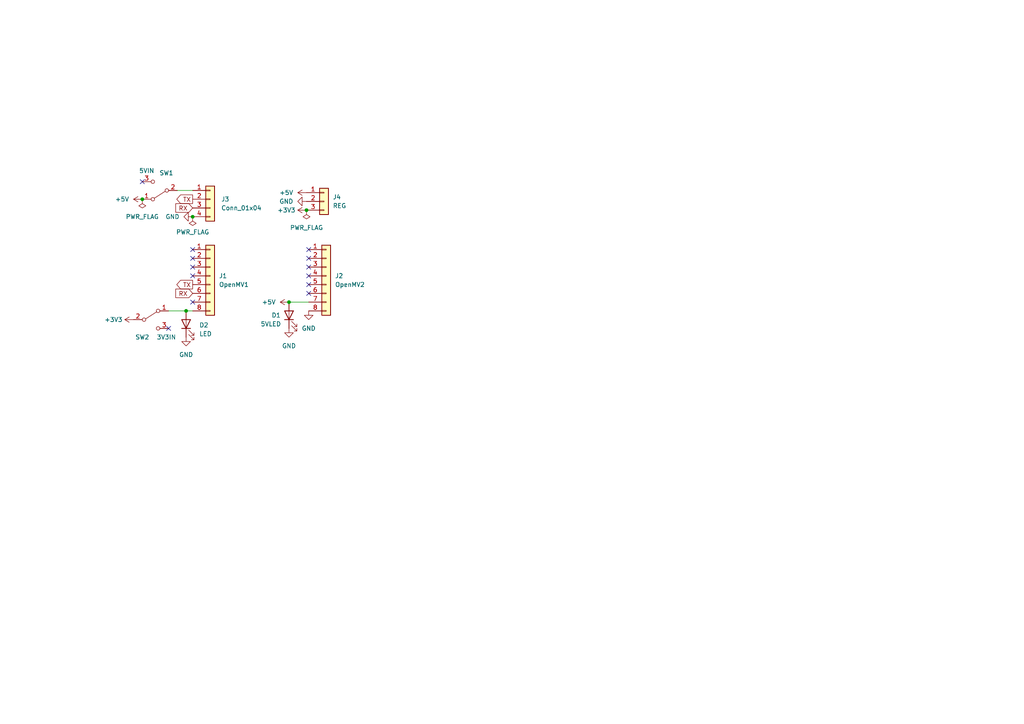
<source format=kicad_sch>
(kicad_sch (version 20230121) (generator eeschema)

  (uuid 028b46b8-122e-41be-849f-758b2c504de3)

  (paper "A4")

  (lib_symbols
    (symbol "Connector_Generic:Conn_01x03" (pin_names (offset 1.016) hide) (in_bom yes) (on_board yes)
      (property "Reference" "J" (at 0 5.08 0)
        (effects (font (size 1.27 1.27)))
      )
      (property "Value" "Conn_01x03" (at 0 -5.08 0)
        (effects (font (size 1.27 1.27)))
      )
      (property "Footprint" "" (at 0 0 0)
        (effects (font (size 1.27 1.27)) hide)
      )
      (property "Datasheet" "~" (at 0 0 0)
        (effects (font (size 1.27 1.27)) hide)
      )
      (property "ki_keywords" "connector" (at 0 0 0)
        (effects (font (size 1.27 1.27)) hide)
      )
      (property "ki_description" "Generic connector, single row, 01x03, script generated (kicad-library-utils/schlib/autogen/connector/)" (at 0 0 0)
        (effects (font (size 1.27 1.27)) hide)
      )
      (property "ki_fp_filters" "Connector*:*_1x??_*" (at 0 0 0)
        (effects (font (size 1.27 1.27)) hide)
      )
      (symbol "Conn_01x03_1_1"
        (rectangle (start -1.27 -2.413) (end 0 -2.667)
          (stroke (width 0.1524) (type default))
          (fill (type none))
        )
        (rectangle (start -1.27 0.127) (end 0 -0.127)
          (stroke (width 0.1524) (type default))
          (fill (type none))
        )
        (rectangle (start -1.27 2.667) (end 0 2.413)
          (stroke (width 0.1524) (type default))
          (fill (type none))
        )
        (rectangle (start -1.27 3.81) (end 1.27 -3.81)
          (stroke (width 0.254) (type default))
          (fill (type background))
        )
        (pin passive line (at -5.08 2.54 0) (length 3.81)
          (name "Pin_1" (effects (font (size 1.27 1.27))))
          (number "1" (effects (font (size 1.27 1.27))))
        )
        (pin passive line (at -5.08 0 0) (length 3.81)
          (name "Pin_2" (effects (font (size 1.27 1.27))))
          (number "2" (effects (font (size 1.27 1.27))))
        )
        (pin passive line (at -5.08 -2.54 0) (length 3.81)
          (name "Pin_3" (effects (font (size 1.27 1.27))))
          (number "3" (effects (font (size 1.27 1.27))))
        )
      )
    )
    (symbol "Connector_Generic:Conn_01x04" (pin_names (offset 1.016) hide) (in_bom yes) (on_board yes)
      (property "Reference" "J" (at 0 5.08 0)
        (effects (font (size 1.27 1.27)))
      )
      (property "Value" "Conn_01x04" (at 0 -7.62 0)
        (effects (font (size 1.27 1.27)))
      )
      (property "Footprint" "" (at 0 0 0)
        (effects (font (size 1.27 1.27)) hide)
      )
      (property "Datasheet" "~" (at 0 0 0)
        (effects (font (size 1.27 1.27)) hide)
      )
      (property "ki_keywords" "connector" (at 0 0 0)
        (effects (font (size 1.27 1.27)) hide)
      )
      (property "ki_description" "Generic connector, single row, 01x04, script generated (kicad-library-utils/schlib/autogen/connector/)" (at 0 0 0)
        (effects (font (size 1.27 1.27)) hide)
      )
      (property "ki_fp_filters" "Connector*:*_1x??_*" (at 0 0 0)
        (effects (font (size 1.27 1.27)) hide)
      )
      (symbol "Conn_01x04_1_1"
        (rectangle (start -1.27 -4.953) (end 0 -5.207)
          (stroke (width 0.1524) (type default))
          (fill (type none))
        )
        (rectangle (start -1.27 -2.413) (end 0 -2.667)
          (stroke (width 0.1524) (type default))
          (fill (type none))
        )
        (rectangle (start -1.27 0.127) (end 0 -0.127)
          (stroke (width 0.1524) (type default))
          (fill (type none))
        )
        (rectangle (start -1.27 2.667) (end 0 2.413)
          (stroke (width 0.1524) (type default))
          (fill (type none))
        )
        (rectangle (start -1.27 3.81) (end 1.27 -6.35)
          (stroke (width 0.254) (type default))
          (fill (type background))
        )
        (pin passive line (at -5.08 2.54 0) (length 3.81)
          (name "Pin_1" (effects (font (size 1.27 1.27))))
          (number "1" (effects (font (size 1.27 1.27))))
        )
        (pin passive line (at -5.08 0 0) (length 3.81)
          (name "Pin_2" (effects (font (size 1.27 1.27))))
          (number "2" (effects (font (size 1.27 1.27))))
        )
        (pin passive line (at -5.08 -2.54 0) (length 3.81)
          (name "Pin_3" (effects (font (size 1.27 1.27))))
          (number "3" (effects (font (size 1.27 1.27))))
        )
        (pin passive line (at -5.08 -5.08 0) (length 3.81)
          (name "Pin_4" (effects (font (size 1.27 1.27))))
          (number "4" (effects (font (size 1.27 1.27))))
        )
      )
    )
    (symbol "Connector_Generic:Conn_01x08" (pin_names (offset 1.016) hide) (in_bom yes) (on_board yes)
      (property "Reference" "J" (at 0 10.16 0)
        (effects (font (size 1.27 1.27)))
      )
      (property "Value" "Conn_01x08" (at 0 -12.7 0)
        (effects (font (size 1.27 1.27)))
      )
      (property "Footprint" "" (at 0 0 0)
        (effects (font (size 1.27 1.27)) hide)
      )
      (property "Datasheet" "~" (at 0 0 0)
        (effects (font (size 1.27 1.27)) hide)
      )
      (property "ki_keywords" "connector" (at 0 0 0)
        (effects (font (size 1.27 1.27)) hide)
      )
      (property "ki_description" "Generic connector, single row, 01x08, script generated (kicad-library-utils/schlib/autogen/connector/)" (at 0 0 0)
        (effects (font (size 1.27 1.27)) hide)
      )
      (property "ki_fp_filters" "Connector*:*_1x??_*" (at 0 0 0)
        (effects (font (size 1.27 1.27)) hide)
      )
      (symbol "Conn_01x08_1_1"
        (rectangle (start -1.27 -10.033) (end 0 -10.287)
          (stroke (width 0.1524) (type default))
          (fill (type none))
        )
        (rectangle (start -1.27 -7.493) (end 0 -7.747)
          (stroke (width 0.1524) (type default))
          (fill (type none))
        )
        (rectangle (start -1.27 -4.953) (end 0 -5.207)
          (stroke (width 0.1524) (type default))
          (fill (type none))
        )
        (rectangle (start -1.27 -2.413) (end 0 -2.667)
          (stroke (width 0.1524) (type default))
          (fill (type none))
        )
        (rectangle (start -1.27 0.127) (end 0 -0.127)
          (stroke (width 0.1524) (type default))
          (fill (type none))
        )
        (rectangle (start -1.27 2.667) (end 0 2.413)
          (stroke (width 0.1524) (type default))
          (fill (type none))
        )
        (rectangle (start -1.27 5.207) (end 0 4.953)
          (stroke (width 0.1524) (type default))
          (fill (type none))
        )
        (rectangle (start -1.27 7.747) (end 0 7.493)
          (stroke (width 0.1524) (type default))
          (fill (type none))
        )
        (rectangle (start -1.27 8.89) (end 1.27 -11.43)
          (stroke (width 0.254) (type default))
          (fill (type background))
        )
        (pin passive line (at -5.08 7.62 0) (length 3.81)
          (name "Pin_1" (effects (font (size 1.27 1.27))))
          (number "1" (effects (font (size 1.27 1.27))))
        )
        (pin passive line (at -5.08 5.08 0) (length 3.81)
          (name "Pin_2" (effects (font (size 1.27 1.27))))
          (number "2" (effects (font (size 1.27 1.27))))
        )
        (pin passive line (at -5.08 2.54 0) (length 3.81)
          (name "Pin_3" (effects (font (size 1.27 1.27))))
          (number "3" (effects (font (size 1.27 1.27))))
        )
        (pin passive line (at -5.08 0 0) (length 3.81)
          (name "Pin_4" (effects (font (size 1.27 1.27))))
          (number "4" (effects (font (size 1.27 1.27))))
        )
        (pin passive line (at -5.08 -2.54 0) (length 3.81)
          (name "Pin_5" (effects (font (size 1.27 1.27))))
          (number "5" (effects (font (size 1.27 1.27))))
        )
        (pin passive line (at -5.08 -5.08 0) (length 3.81)
          (name "Pin_6" (effects (font (size 1.27 1.27))))
          (number "6" (effects (font (size 1.27 1.27))))
        )
        (pin passive line (at -5.08 -7.62 0) (length 3.81)
          (name "Pin_7" (effects (font (size 1.27 1.27))))
          (number "7" (effects (font (size 1.27 1.27))))
        )
        (pin passive line (at -5.08 -10.16 0) (length 3.81)
          (name "Pin_8" (effects (font (size 1.27 1.27))))
          (number "8" (effects (font (size 1.27 1.27))))
        )
      )
    )
    (symbol "Device:LED" (pin_numbers hide) (pin_names (offset 1.016) hide) (in_bom yes) (on_board yes)
      (property "Reference" "D" (at 0 2.54 0)
        (effects (font (size 1.27 1.27)))
      )
      (property "Value" "LED" (at 0 -2.54 0)
        (effects (font (size 1.27 1.27)))
      )
      (property "Footprint" "" (at 0 0 0)
        (effects (font (size 1.27 1.27)) hide)
      )
      (property "Datasheet" "~" (at 0 0 0)
        (effects (font (size 1.27 1.27)) hide)
      )
      (property "ki_keywords" "LED diode" (at 0 0 0)
        (effects (font (size 1.27 1.27)) hide)
      )
      (property "ki_description" "Light emitting diode" (at 0 0 0)
        (effects (font (size 1.27 1.27)) hide)
      )
      (property "ki_fp_filters" "LED* LED_SMD:* LED_THT:*" (at 0 0 0)
        (effects (font (size 1.27 1.27)) hide)
      )
      (symbol "LED_0_1"
        (polyline
          (pts
            (xy -1.27 -1.27)
            (xy -1.27 1.27)
          )
          (stroke (width 0.254) (type default))
          (fill (type none))
        )
        (polyline
          (pts
            (xy -1.27 0)
            (xy 1.27 0)
          )
          (stroke (width 0) (type default))
          (fill (type none))
        )
        (polyline
          (pts
            (xy 1.27 -1.27)
            (xy 1.27 1.27)
            (xy -1.27 0)
            (xy 1.27 -1.27)
          )
          (stroke (width 0.254) (type default))
          (fill (type none))
        )
        (polyline
          (pts
            (xy -3.048 -0.762)
            (xy -4.572 -2.286)
            (xy -3.81 -2.286)
            (xy -4.572 -2.286)
            (xy -4.572 -1.524)
          )
          (stroke (width 0) (type default))
          (fill (type none))
        )
        (polyline
          (pts
            (xy -1.778 -0.762)
            (xy -3.302 -2.286)
            (xy -2.54 -2.286)
            (xy -3.302 -2.286)
            (xy -3.302 -1.524)
          )
          (stroke (width 0) (type default))
          (fill (type none))
        )
      )
      (symbol "LED_1_1"
        (pin passive line (at -3.81 0 0) (length 2.54)
          (name "K" (effects (font (size 1.27 1.27))))
          (number "1" (effects (font (size 1.27 1.27))))
        )
        (pin passive line (at 3.81 0 180) (length 2.54)
          (name "A" (effects (font (size 1.27 1.27))))
          (number "2" (effects (font (size 1.27 1.27))))
        )
      )
    )
    (symbol "Switch:SW_SPDT" (pin_names (offset 0) hide) (in_bom yes) (on_board yes)
      (property "Reference" "SW" (at 0 4.318 0)
        (effects (font (size 1.27 1.27)))
      )
      (property "Value" "SW_SPDT" (at 0 -5.08 0)
        (effects (font (size 1.27 1.27)))
      )
      (property "Footprint" "" (at 0 0 0)
        (effects (font (size 1.27 1.27)) hide)
      )
      (property "Datasheet" "~" (at 0 0 0)
        (effects (font (size 1.27 1.27)) hide)
      )
      (property "ki_keywords" "switch single-pole double-throw spdt ON-ON" (at 0 0 0)
        (effects (font (size 1.27 1.27)) hide)
      )
      (property "ki_description" "Switch, single pole double throw" (at 0 0 0)
        (effects (font (size 1.27 1.27)) hide)
      )
      (symbol "SW_SPDT_0_0"
        (circle (center -2.032 0) (radius 0.508)
          (stroke (width 0) (type default))
          (fill (type none))
        )
        (circle (center 2.032 -2.54) (radius 0.508)
          (stroke (width 0) (type default))
          (fill (type none))
        )
      )
      (symbol "SW_SPDT_0_1"
        (polyline
          (pts
            (xy -1.524 0.254)
            (xy 1.651 2.286)
          )
          (stroke (width 0) (type default))
          (fill (type none))
        )
        (circle (center 2.032 2.54) (radius 0.508)
          (stroke (width 0) (type default))
          (fill (type none))
        )
      )
      (symbol "SW_SPDT_1_1"
        (pin passive line (at 5.08 2.54 180) (length 2.54)
          (name "A" (effects (font (size 1.27 1.27))))
          (number "1" (effects (font (size 1.27 1.27))))
        )
        (pin passive line (at -5.08 0 0) (length 2.54)
          (name "B" (effects (font (size 1.27 1.27))))
          (number "2" (effects (font (size 1.27 1.27))))
        )
        (pin passive line (at 5.08 -2.54 180) (length 2.54)
          (name "C" (effects (font (size 1.27 1.27))))
          (number "3" (effects (font (size 1.27 1.27))))
        )
      )
    )
    (symbol "power:+3V3" (power) (pin_names (offset 0)) (in_bom yes) (on_board yes)
      (property "Reference" "#PWR" (at 0 -3.81 0)
        (effects (font (size 1.27 1.27)) hide)
      )
      (property "Value" "+3V3" (at 0 3.556 0)
        (effects (font (size 1.27 1.27)))
      )
      (property "Footprint" "" (at 0 0 0)
        (effects (font (size 1.27 1.27)) hide)
      )
      (property "Datasheet" "" (at 0 0 0)
        (effects (font (size 1.27 1.27)) hide)
      )
      (property "ki_keywords" "global power" (at 0 0 0)
        (effects (font (size 1.27 1.27)) hide)
      )
      (property "ki_description" "Power symbol creates a global label with name \"+3V3\"" (at 0 0 0)
        (effects (font (size 1.27 1.27)) hide)
      )
      (symbol "+3V3_0_1"
        (polyline
          (pts
            (xy -0.762 1.27)
            (xy 0 2.54)
          )
          (stroke (width 0) (type default))
          (fill (type none))
        )
        (polyline
          (pts
            (xy 0 0)
            (xy 0 2.54)
          )
          (stroke (width 0) (type default))
          (fill (type none))
        )
        (polyline
          (pts
            (xy 0 2.54)
            (xy 0.762 1.27)
          )
          (stroke (width 0) (type default))
          (fill (type none))
        )
      )
      (symbol "+3V3_1_1"
        (pin power_in line (at 0 0 90) (length 0) hide
          (name "+3V3" (effects (font (size 1.27 1.27))))
          (number "1" (effects (font (size 1.27 1.27))))
        )
      )
    )
    (symbol "power:+5V" (power) (pin_names (offset 0)) (in_bom yes) (on_board yes)
      (property "Reference" "#PWR" (at 0 -3.81 0)
        (effects (font (size 1.27 1.27)) hide)
      )
      (property "Value" "+5V" (at 0 3.556 0)
        (effects (font (size 1.27 1.27)))
      )
      (property "Footprint" "" (at 0 0 0)
        (effects (font (size 1.27 1.27)) hide)
      )
      (property "Datasheet" "" (at 0 0 0)
        (effects (font (size 1.27 1.27)) hide)
      )
      (property "ki_keywords" "global power" (at 0 0 0)
        (effects (font (size 1.27 1.27)) hide)
      )
      (property "ki_description" "Power symbol creates a global label with name \"+5V\"" (at 0 0 0)
        (effects (font (size 1.27 1.27)) hide)
      )
      (symbol "+5V_0_1"
        (polyline
          (pts
            (xy -0.762 1.27)
            (xy 0 2.54)
          )
          (stroke (width 0) (type default))
          (fill (type none))
        )
        (polyline
          (pts
            (xy 0 0)
            (xy 0 2.54)
          )
          (stroke (width 0) (type default))
          (fill (type none))
        )
        (polyline
          (pts
            (xy 0 2.54)
            (xy 0.762 1.27)
          )
          (stroke (width 0) (type default))
          (fill (type none))
        )
      )
      (symbol "+5V_1_1"
        (pin power_in line (at 0 0 90) (length 0) hide
          (name "+5V" (effects (font (size 1.27 1.27))))
          (number "1" (effects (font (size 1.27 1.27))))
        )
      )
    )
    (symbol "power:GND" (power) (pin_names (offset 0)) (in_bom yes) (on_board yes)
      (property "Reference" "#PWR" (at 0 -6.35 0)
        (effects (font (size 1.27 1.27)) hide)
      )
      (property "Value" "GND" (at 0 -3.81 0)
        (effects (font (size 1.27 1.27)))
      )
      (property "Footprint" "" (at 0 0 0)
        (effects (font (size 1.27 1.27)) hide)
      )
      (property "Datasheet" "" (at 0 0 0)
        (effects (font (size 1.27 1.27)) hide)
      )
      (property "ki_keywords" "global power" (at 0 0 0)
        (effects (font (size 1.27 1.27)) hide)
      )
      (property "ki_description" "Power symbol creates a global label with name \"GND\" , ground" (at 0 0 0)
        (effects (font (size 1.27 1.27)) hide)
      )
      (symbol "GND_0_1"
        (polyline
          (pts
            (xy 0 0)
            (xy 0 -1.27)
            (xy 1.27 -1.27)
            (xy 0 -2.54)
            (xy -1.27 -1.27)
            (xy 0 -1.27)
          )
          (stroke (width 0) (type default))
          (fill (type none))
        )
      )
      (symbol "GND_1_1"
        (pin power_in line (at 0 0 270) (length 0) hide
          (name "GND" (effects (font (size 1.27 1.27))))
          (number "1" (effects (font (size 1.27 1.27))))
        )
      )
    )
    (symbol "power:PWR_FLAG" (power) (pin_numbers hide) (pin_names (offset 0) hide) (in_bom yes) (on_board yes)
      (property "Reference" "#FLG" (at 0 1.905 0)
        (effects (font (size 1.27 1.27)) hide)
      )
      (property "Value" "PWR_FLAG" (at 0 3.81 0)
        (effects (font (size 1.27 1.27)))
      )
      (property "Footprint" "" (at 0 0 0)
        (effects (font (size 1.27 1.27)) hide)
      )
      (property "Datasheet" "~" (at 0 0 0)
        (effects (font (size 1.27 1.27)) hide)
      )
      (property "ki_keywords" "flag power" (at 0 0 0)
        (effects (font (size 1.27 1.27)) hide)
      )
      (property "ki_description" "Special symbol for telling ERC where power comes from" (at 0 0 0)
        (effects (font (size 1.27 1.27)) hide)
      )
      (symbol "PWR_FLAG_0_0"
        (pin power_out line (at 0 0 90) (length 0)
          (name "pwr" (effects (font (size 1.27 1.27))))
          (number "1" (effects (font (size 1.27 1.27))))
        )
      )
      (symbol "PWR_FLAG_0_1"
        (polyline
          (pts
            (xy 0 0)
            (xy 0 1.27)
            (xy -1.016 1.905)
            (xy 0 2.54)
            (xy 1.016 1.905)
            (xy 0 1.27)
          )
          (stroke (width 0) (type default))
          (fill (type none))
        )
      )
    )
  )

  (junction (at 88.9 60.96) (diameter 0) (color 0 0 0 0)
    (uuid 22ed7191-478d-4979-b3ad-5f07edea650f)
  )
  (junction (at 83.82 87.63) (diameter 0) (color 0 0 0 0)
    (uuid 7983a8ff-d0b1-4397-834b-fa88d46711b0)
  )
  (junction (at 55.88 62.865) (diameter 0) (color 0 0 0 0)
    (uuid abf12ac2-d28b-4c80-a65b-debde6fee49c)
  )
  (junction (at 41.275 57.785) (diameter 0) (color 0 0 0 0)
    (uuid bef92dac-6d78-4e5e-ae35-925ec91539d0)
  )
  (junction (at 53.975 90.17) (diameter 0) (color 0 0 0 0)
    (uuid bf776bd7-8151-47a5-93ef-302d695cc807)
  )

  (no_connect (at 89.535 80.01) (uuid 0c19f568-a6e8-4222-877c-c8bf5d50c5fe))
  (no_connect (at 55.88 87.63) (uuid 0ece5f18-ef4c-4ee2-af4f-758f08725754))
  (no_connect (at 41.275 52.705) (uuid 172f3e90-affd-4689-a9d3-da592e2d93ac))
  (no_connect (at 89.535 85.09) (uuid 4d8512d6-04f2-4ec3-aea2-137c3e9dc8c3))
  (no_connect (at 48.895 95.25) (uuid 5dc8c91d-01e2-4a2a-8ad8-f4d95b05961d))
  (no_connect (at 55.88 74.93) (uuid 702696c9-5485-43f7-af7a-1cba60501b3d))
  (no_connect (at 89.535 77.47) (uuid 721520e3-4a19-4e6c-9128-1261300b3517))
  (no_connect (at 89.535 72.39) (uuid 730dde2e-d471-43f2-8a3b-3d3613c37c4b))
  (no_connect (at 89.535 82.55) (uuid 7fc0de6d-ea14-4791-9174-b86b442ffe87))
  (no_connect (at 55.88 77.47) (uuid 90a0e1fe-81f0-4049-8b33-16635860a2fe))
  (no_connect (at 55.88 72.39) (uuid aaf33824-57a0-41c1-a7c0-4503c9113068))
  (no_connect (at 55.88 80.01) (uuid c2848e2a-5ba9-4613-9fd5-43b55a184640))
  (no_connect (at 89.535 74.93) (uuid f74786fe-7ac6-4120-b4be-8883b6c02d91))

  (wire (pts (xy 53.975 90.17) (xy 55.88 90.17))
    (stroke (width 0) (type default))
    (uuid 6f0a44fd-a849-441d-aa83-95d8b73fcf64)
  )
  (wire (pts (xy 48.895 90.17) (xy 53.975 90.17))
    (stroke (width 0) (type default))
    (uuid cd30b856-19b2-4d1f-a134-49db927e1fad)
  )
  (wire (pts (xy 83.82 87.63) (xy 89.535 87.63))
    (stroke (width 0) (type default))
    (uuid d62bf5dd-3fe2-49ae-ae01-b698ee37e1d3)
  )
  (wire (pts (xy 51.435 55.245) (xy 55.88 55.245))
    (stroke (width 0) (type default))
    (uuid eec92d80-6b37-4014-99e0-a420e4855a94)
  )

  (global_label "RX" (shape input) (at 55.88 85.09 180) (fields_autoplaced)
    (effects (font (size 1.27 1.27)) (justify right))
    (uuid 4546aac5-d34d-4198-b0a6-9286b94377d1)
    (property "Intersheetrefs" "${INTERSHEET_REFS}" (at 50.4153 85.09 0)
      (effects (font (size 1.27 1.27)) (justify right) hide)
    )
  )
  (global_label "TX" (shape output) (at 55.88 82.55 180) (fields_autoplaced)
    (effects (font (size 1.27 1.27)) (justify right))
    (uuid 78cf308e-9cc8-41dd-b857-8b2d14cd06ed)
    (property "Intersheetrefs" "${INTERSHEET_REFS}" (at 50.7177 82.55 0)
      (effects (font (size 1.27 1.27)) (justify right) hide)
    )
  )
  (global_label "TX" (shape output) (at 55.88 57.785 180) (fields_autoplaced)
    (effects (font (size 1.27 1.27)) (justify right))
    (uuid b96bc4b0-bce1-4e4a-ad1a-d5516ee82c02)
    (property "Intersheetrefs" "${INTERSHEET_REFS}" (at 50.7177 57.785 0)
      (effects (font (size 1.27 1.27)) (justify right) hide)
    )
  )
  (global_label "RX" (shape input) (at 55.88 60.325 180) (fields_autoplaced)
    (effects (font (size 1.27 1.27)) (justify right))
    (uuid ffc1bfaf-b857-40e3-8554-839f93e52fb3)
    (property "Intersheetrefs" "${INTERSHEET_REFS}" (at 50.4153 60.325 0)
      (effects (font (size 1.27 1.27)) (justify right) hide)
    )
  )

  (symbol (lib_id "Switch:SW_SPDT") (at 46.355 55.245 180) (unit 1)
    (in_bom yes) (on_board yes) (dnp no)
    (uuid 05a05a08-d91c-404a-ba4c-b9b8be52bac9)
    (property "Reference" "SW1" (at 48.26 50.165 0)
      (effects (font (size 1.27 1.27)))
    )
    (property "Value" "5VIN" (at 42.545 49.53 0)
      (effects (font (size 1.27 1.27)))
    )
    (property "Footprint" "Akiduki:SK-12D11VG3" (at 46.355 55.245 0)
      (effects (font (size 1.27 1.27)) hide)
    )
    (property "Datasheet" "~" (at 46.355 55.245 0)
      (effects (font (size 1.27 1.27)) hide)
    )
    (pin "2" (uuid d908c498-dcdf-462b-8282-8db6fa8dc779))
    (pin "3" (uuid 19b40d16-0e06-4e1d-8125-2c96200b9c88))
    (pin "1" (uuid b2279a7a-2d0d-4731-9163-527177442ba2))
    (instances
      (project "07-OpenMV"
        (path "/028b46b8-122e-41be-849f-758b2c504de3"
          (reference "SW1") (unit 1)
        )
      )
    )
  )

  (symbol (lib_id "Device:LED") (at 83.82 91.44 90) (unit 1)
    (in_bom yes) (on_board yes) (dnp no)
    (uuid 0fe781e1-51e6-4de5-b1bf-32b31b5e9039)
    (property "Reference" "D1" (at 78.74 91.44 90)
      (effects (font (size 1.27 1.27)) (justify right))
    )
    (property "Value" "5VLED" (at 75.565 93.98 90)
      (effects (font (size 1.27 1.27)) (justify right))
    )
    (property "Footprint" "LED_THT:LED_D3.0mm_Clear" (at 83.82 91.44 0)
      (effects (font (size 1.27 1.27)) hide)
    )
    (property "Datasheet" "~" (at 83.82 91.44 0)
      (effects (font (size 1.27 1.27)) hide)
    )
    (pin "1" (uuid 5d37bbc8-0399-4bad-9c63-b7f0951cc504))
    (pin "2" (uuid 42677491-3d4b-4bbf-9edf-cd612c585db0))
    (instances
      (project "07-OpenMV"
        (path "/028b46b8-122e-41be-849f-758b2c504de3"
          (reference "D1") (unit 1)
        )
      )
    )
  )

  (symbol (lib_id "power:+5V") (at 41.275 57.785 90) (unit 1)
    (in_bom yes) (on_board yes) (dnp no) (fields_autoplaced)
    (uuid 17fd5356-f253-4ed2-bbdc-1adc745f4290)
    (property "Reference" "#PWR04" (at 45.085 57.785 0)
      (effects (font (size 1.27 1.27)) hide)
    )
    (property "Value" "+5V" (at 37.465 57.785 90)
      (effects (font (size 1.27 1.27)) (justify left))
    )
    (property "Footprint" "" (at 41.275 57.785 0)
      (effects (font (size 1.27 1.27)) hide)
    )
    (property "Datasheet" "" (at 41.275 57.785 0)
      (effects (font (size 1.27 1.27)) hide)
    )
    (pin "1" (uuid bbd8c24e-409e-4f9c-b11c-085a96a2996e))
    (instances
      (project "07-OpenMV"
        (path "/028b46b8-122e-41be-849f-758b2c504de3"
          (reference "#PWR04") (unit 1)
        )
      )
    )
  )

  (symbol (lib_id "Connector_Generic:Conn_01x08") (at 60.96 80.01 0) (unit 1)
    (in_bom yes) (on_board yes) (dnp no) (fields_autoplaced)
    (uuid 18fe92c9-876a-40c0-aa4b-5fae2202e538)
    (property "Reference" "J1" (at 63.5 80.01 0)
      (effects (font (size 1.27 1.27)) (justify left))
    )
    (property "Value" "OpenMV1" (at 63.5 82.55 0)
      (effects (font (size 1.27 1.27)) (justify left))
    )
    (property "Footprint" "Connector_PinSocket_2.54mm:PinSocket_1x08_P2.54mm_Vertical" (at 60.96 80.01 0)
      (effects (font (size 1.27 1.27)) hide)
    )
    (property "Datasheet" "~" (at 60.96 80.01 0)
      (effects (font (size 1.27 1.27)) hide)
    )
    (pin "8" (uuid 96a4d5e1-e370-47c9-b3cc-0708d6f5b09e))
    (pin "1" (uuid 065d069d-ef09-4b5f-8557-d1dfc0430df8))
    (pin "6" (uuid 6f5d93e5-a160-4e29-8f41-0052981ffba1))
    (pin "2" (uuid 061f8275-9d76-4611-82b1-c9c6f10b8f00))
    (pin "5" (uuid 4aa9be20-8a80-4209-a5ab-89db92d7584b))
    (pin "7" (uuid 978f8409-cdac-4b68-a8cb-63ce49b001a6))
    (pin "3" (uuid 357741d6-f7d3-479c-8da3-d0f08a565939))
    (pin "4" (uuid 0b1e303b-d238-4ebc-83b6-3073741219f3))
    (instances
      (project "07-OpenMV"
        (path "/028b46b8-122e-41be-849f-758b2c504de3"
          (reference "J1") (unit 1)
        )
      )
    )
  )

  (symbol (lib_id "power:PWR_FLAG") (at 88.9 60.96 180) (unit 1)
    (in_bom yes) (on_board yes) (dnp no) (fields_autoplaced)
    (uuid 25182c5e-b2d0-4974-97d7-9d0f3ee6e7af)
    (property "Reference" "#FLG03" (at 88.9 62.865 0)
      (effects (font (size 1.27 1.27)) hide)
    )
    (property "Value" "PWR_FLAG" (at 88.9 66.04 0)
      (effects (font (size 1.27 1.27)))
    )
    (property "Footprint" "" (at 88.9 60.96 0)
      (effects (font (size 1.27 1.27)) hide)
    )
    (property "Datasheet" "~" (at 88.9 60.96 0)
      (effects (font (size 1.27 1.27)) hide)
    )
    (pin "1" (uuid 8b9494c3-4847-465a-a979-31cf3779fd5e))
    (instances
      (project "07-OpenMV"
        (path "/028b46b8-122e-41be-849f-758b2c504de3"
          (reference "#FLG03") (unit 1)
        )
      )
    )
  )

  (symbol (lib_id "Connector_Generic:Conn_01x08") (at 94.615 80.01 0) (unit 1)
    (in_bom yes) (on_board yes) (dnp no) (fields_autoplaced)
    (uuid 304a889d-3e0d-4aa9-877f-19ef06c352ad)
    (property "Reference" "J2" (at 97.155 80.01 0)
      (effects (font (size 1.27 1.27)) (justify left))
    )
    (property "Value" "OpenMV2" (at 97.155 82.55 0)
      (effects (font (size 1.27 1.27)) (justify left))
    )
    (property "Footprint" "Connector_PinSocket_2.54mm:PinSocket_1x08_P2.54mm_Vertical" (at 94.615 80.01 0)
      (effects (font (size 1.27 1.27)) hide)
    )
    (property "Datasheet" "~" (at 94.615 80.01 0)
      (effects (font (size 1.27 1.27)) hide)
    )
    (pin "8" (uuid 96a4d5e1-e370-47c9-b3cc-0708d6f5b09e))
    (pin "1" (uuid 065d069d-ef09-4b5f-8557-d1dfc0430df8))
    (pin "6" (uuid 6f5d93e5-a160-4e29-8f41-0052981ffba1))
    (pin "2" (uuid 061f8275-9d76-4611-82b1-c9c6f10b8f00))
    (pin "5" (uuid 4aa9be20-8a80-4209-a5ab-89db92d7584b))
    (pin "7" (uuid 978f8409-cdac-4b68-a8cb-63ce49b001a6))
    (pin "3" (uuid 357741d6-f7d3-479c-8da3-d0f08a565939))
    (pin "4" (uuid 0b1e303b-d238-4ebc-83b6-3073741219f3))
    (instances
      (project "07-OpenMV"
        (path "/028b46b8-122e-41be-849f-758b2c504de3"
          (reference "J2") (unit 1)
        )
      )
    )
  )

  (symbol (lib_id "Connector_Generic:Conn_01x04") (at 60.96 57.785 0) (unit 1)
    (in_bom yes) (on_board yes) (dnp no) (fields_autoplaced)
    (uuid 3b4510c1-dfcf-497c-9882-bf1731e96ba1)
    (property "Reference" "J3" (at 64.135 57.785 0)
      (effects (font (size 1.27 1.27)) (justify left))
    )
    (property "Value" "Conn_01x04" (at 64.135 60.325 0)
      (effects (font (size 1.27 1.27)) (justify left))
    )
    (property "Footprint" "Connector_JST:JST_XH_S4B-XH-A_1x04_P2.50mm_Horizontal" (at 60.96 57.785 0)
      (effects (font (size 1.27 1.27)) hide)
    )
    (property "Datasheet" "~" (at 60.96 57.785 0)
      (effects (font (size 1.27 1.27)) hide)
    )
    (pin "1" (uuid 44a9d722-0793-4f32-9d54-0175da314541))
    (pin "2" (uuid 2dd4343a-a6bc-4670-812c-20fcac4bfa23))
    (pin "4" (uuid 654e1ea8-215b-416a-9752-7f23431dbeb7))
    (pin "3" (uuid cd4e1c3c-93b3-4748-a75b-55c951803f30))
    (instances
      (project "07-OpenMV"
        (path "/028b46b8-122e-41be-849f-758b2c504de3"
          (reference "J3") (unit 1)
        )
      )
    )
  )

  (symbol (lib_id "power:+5V") (at 83.82 87.63 90) (unit 1)
    (in_bom yes) (on_board yes) (dnp no) (fields_autoplaced)
    (uuid 4051cf9c-0692-4d21-a486-21f85a6e9b6a)
    (property "Reference" "#PWR02" (at 87.63 87.63 0)
      (effects (font (size 1.27 1.27)) hide)
    )
    (property "Value" "+5V" (at 80.01 87.63 90)
      (effects (font (size 1.27 1.27)) (justify left))
    )
    (property "Footprint" "" (at 83.82 87.63 0)
      (effects (font (size 1.27 1.27)) hide)
    )
    (property "Datasheet" "" (at 83.82 87.63 0)
      (effects (font (size 1.27 1.27)) hide)
    )
    (pin "1" (uuid b4ec3e20-012e-43ec-9af8-51f522f8a3a3))
    (instances
      (project "07-OpenMV"
        (path "/028b46b8-122e-41be-849f-758b2c504de3"
          (reference "#PWR02") (unit 1)
        )
      )
    )
  )

  (symbol (lib_id "Device:LED") (at 53.975 93.98 90) (unit 1)
    (in_bom yes) (on_board yes) (dnp no) (fields_autoplaced)
    (uuid 40a5f4e1-0c27-4b54-94c4-0a6bb88f380a)
    (property "Reference" "D2" (at 57.785 94.2975 90)
      (effects (font (size 1.27 1.27)) (justify right))
    )
    (property "Value" "LED" (at 57.785 96.8375 90)
      (effects (font (size 1.27 1.27)) (justify right))
    )
    (property "Footprint" "LED_THT:LED_D3.0mm_Clear" (at 53.975 93.98 0)
      (effects (font (size 1.27 1.27)) hide)
    )
    (property "Datasheet" "~" (at 53.975 93.98 0)
      (effects (font (size 1.27 1.27)) hide)
    )
    (pin "1" (uuid 5d37bbc8-0399-4bad-9c63-b7f0951cc504))
    (pin "2" (uuid 42677491-3d4b-4bbf-9edf-cd612c585db0))
    (instances
      (project "07-OpenMV"
        (path "/028b46b8-122e-41be-849f-758b2c504de3"
          (reference "D2") (unit 1)
        )
      )
    )
  )

  (symbol (lib_id "power:PWR_FLAG") (at 41.275 57.785 180) (unit 1)
    (in_bom yes) (on_board yes) (dnp no) (fields_autoplaced)
    (uuid 5f1f75df-f8ed-456a-8f85-ca4c89605081)
    (property "Reference" "#FLG01" (at 41.275 59.69 0)
      (effects (font (size 1.27 1.27)) hide)
    )
    (property "Value" "PWR_FLAG" (at 41.275 62.865 0)
      (effects (font (size 1.27 1.27)))
    )
    (property "Footprint" "" (at 41.275 57.785 0)
      (effects (font (size 1.27 1.27)) hide)
    )
    (property "Datasheet" "~" (at 41.275 57.785 0)
      (effects (font (size 1.27 1.27)) hide)
    )
    (pin "1" (uuid 2fd383d5-b9eb-48d2-a599-f95169276c29))
    (instances
      (project "07-OpenMV"
        (path "/028b46b8-122e-41be-849f-758b2c504de3"
          (reference "#FLG01") (unit 1)
        )
      )
    )
  )

  (symbol (lib_id "power:GND") (at 89.535 90.17 0) (unit 1)
    (in_bom yes) (on_board yes) (dnp no) (fields_autoplaced)
    (uuid 635901b0-8154-462b-a727-0f0d14d402e9)
    (property "Reference" "#PWR03" (at 89.535 96.52 0)
      (effects (font (size 1.27 1.27)) hide)
    )
    (property "Value" "GND" (at 89.535 95.25 0)
      (effects (font (size 1.27 1.27)))
    )
    (property "Footprint" "" (at 89.535 90.17 0)
      (effects (font (size 1.27 1.27)) hide)
    )
    (property "Datasheet" "" (at 89.535 90.17 0)
      (effects (font (size 1.27 1.27)) hide)
    )
    (pin "1" (uuid 67e11618-de3a-4689-81fd-3b0294e0fa4e))
    (instances
      (project "07-OpenMV"
        (path "/028b46b8-122e-41be-849f-758b2c504de3"
          (reference "#PWR03") (unit 1)
        )
      )
    )
  )

  (symbol (lib_id "power:GND") (at 53.975 97.79 0) (unit 1)
    (in_bom yes) (on_board yes) (dnp no) (fields_autoplaced)
    (uuid 94334764-0add-4fab-9705-3b493a9a1262)
    (property "Reference" "#PWR010" (at 53.975 104.14 0)
      (effects (font (size 1.27 1.27)) hide)
    )
    (property "Value" "GND" (at 53.975 102.87 0)
      (effects (font (size 1.27 1.27)))
    )
    (property "Footprint" "" (at 53.975 97.79 0)
      (effects (font (size 1.27 1.27)) hide)
    )
    (property "Datasheet" "" (at 53.975 97.79 0)
      (effects (font (size 1.27 1.27)) hide)
    )
    (pin "1" (uuid 002bcb9f-31fe-41ae-aeef-29625bf933ad))
    (instances
      (project "07-OpenMV"
        (path "/028b46b8-122e-41be-849f-758b2c504de3"
          (reference "#PWR010") (unit 1)
        )
      )
    )
  )

  (symbol (lib_id "Switch:SW_SPDT") (at 43.815 92.71 0) (unit 1)
    (in_bom yes) (on_board yes) (dnp no)
    (uuid 9e92dc70-645c-49c1-908b-f326c6ca8c1c)
    (property "Reference" "SW2" (at 41.275 97.79 0)
      (effects (font (size 1.27 1.27)))
    )
    (property "Value" "3V3IN" (at 48.26 97.79 0)
      (effects (font (size 1.27 1.27)))
    )
    (property "Footprint" "Akiduki:SK-12D11VG3" (at 43.815 92.71 0)
      (effects (font (size 1.27 1.27)) hide)
    )
    (property "Datasheet" "~" (at 43.815 92.71 0)
      (effects (font (size 1.27 1.27)) hide)
    )
    (pin "2" (uuid 3b0a99ce-2419-4725-9ffe-f0f0618c0c3f))
    (pin "3" (uuid 56dc6151-c8d6-4212-8b7d-5568b941c7f2))
    (pin "1" (uuid 0b5dcfdb-dc36-4626-a0b6-c166afe0462e))
    (instances
      (project "07-OpenMV"
        (path "/028b46b8-122e-41be-849f-758b2c504de3"
          (reference "SW2") (unit 1)
        )
      )
    )
  )

  (symbol (lib_id "power:GND") (at 88.9 58.42 270) (unit 1)
    (in_bom yes) (on_board yes) (dnp no) (fields_autoplaced)
    (uuid a3eccf3d-0202-4a4a-bf49-2fc85ddac9d7)
    (property "Reference" "#PWR06" (at 82.55 58.42 0)
      (effects (font (size 1.27 1.27)) hide)
    )
    (property "Value" "GND" (at 85.09 58.42 90)
      (effects (font (size 1.27 1.27)) (justify right))
    )
    (property "Footprint" "" (at 88.9 58.42 0)
      (effects (font (size 1.27 1.27)) hide)
    )
    (property "Datasheet" "" (at 88.9 58.42 0)
      (effects (font (size 1.27 1.27)) hide)
    )
    (pin "1" (uuid f64b467a-a7ff-48a0-8892-48c5e6ccf2ff))
    (instances
      (project "07-OpenMV"
        (path "/028b46b8-122e-41be-849f-758b2c504de3"
          (reference "#PWR06") (unit 1)
        )
      )
    )
  )

  (symbol (lib_id "power:+5V") (at 88.9 55.88 90) (unit 1)
    (in_bom yes) (on_board yes) (dnp no) (fields_autoplaced)
    (uuid b41fa60a-5ad4-40fa-bbaa-e9da230da8f0)
    (property "Reference" "#PWR08" (at 92.71 55.88 0)
      (effects (font (size 1.27 1.27)) hide)
    )
    (property "Value" "+5V" (at 85.09 55.88 90)
      (effects (font (size 1.27 1.27)) (justify left))
    )
    (property "Footprint" "" (at 88.9 55.88 0)
      (effects (font (size 1.27 1.27)) hide)
    )
    (property "Datasheet" "" (at 88.9 55.88 0)
      (effects (font (size 1.27 1.27)) hide)
    )
    (pin "1" (uuid 32b7a426-3558-42db-b91a-33d9b88663d8))
    (instances
      (project "07-OpenMV"
        (path "/028b46b8-122e-41be-849f-758b2c504de3"
          (reference "#PWR08") (unit 1)
        )
      )
    )
  )

  (symbol (lib_id "power:GND") (at 55.88 62.865 270) (unit 1)
    (in_bom yes) (on_board yes) (dnp no) (fields_autoplaced)
    (uuid b69598e1-3d8b-4b55-b87b-66f4733c0cc8)
    (property "Reference" "#PWR05" (at 49.53 62.865 0)
      (effects (font (size 1.27 1.27)) hide)
    )
    (property "Value" "GND" (at 52.07 62.865 90)
      (effects (font (size 1.27 1.27)) (justify right))
    )
    (property "Footprint" "" (at 55.88 62.865 0)
      (effects (font (size 1.27 1.27)) hide)
    )
    (property "Datasheet" "" (at 55.88 62.865 0)
      (effects (font (size 1.27 1.27)) hide)
    )
    (pin "1" (uuid b515b40e-68be-4aa0-84c2-2bf91d2e60ab))
    (instances
      (project "07-OpenMV"
        (path "/028b46b8-122e-41be-849f-758b2c504de3"
          (reference "#PWR05") (unit 1)
        )
      )
    )
  )

  (symbol (lib_id "power:PWR_FLAG") (at 55.88 62.865 180) (unit 1)
    (in_bom yes) (on_board yes) (dnp no) (fields_autoplaced)
    (uuid b8d1c6c6-768a-4a51-9514-95ca789156df)
    (property "Reference" "#FLG02" (at 55.88 64.77 0)
      (effects (font (size 1.27 1.27)) hide)
    )
    (property "Value" "PWR_FLAG" (at 55.88 67.31 0)
      (effects (font (size 1.27 1.27)))
    )
    (property "Footprint" "" (at 55.88 62.865 0)
      (effects (font (size 1.27 1.27)) hide)
    )
    (property "Datasheet" "~" (at 55.88 62.865 0)
      (effects (font (size 1.27 1.27)) hide)
    )
    (pin "1" (uuid 8b9494c3-4847-465a-a979-31cf3779fd5e))
    (instances
      (project "07-OpenMV"
        (path "/028b46b8-122e-41be-849f-758b2c504de3"
          (reference "#FLG02") (unit 1)
        )
      )
    )
  )

  (symbol (lib_id "Connector_Generic:Conn_01x03") (at 93.98 58.42 0) (unit 1)
    (in_bom yes) (on_board yes) (dnp no) (fields_autoplaced)
    (uuid c6f22fce-32ca-4f53-baf2-06a0cdd71306)
    (property "Reference" "J4" (at 96.52 57.15 0)
      (effects (font (size 1.27 1.27)) (justify left))
    )
    (property "Value" "REG" (at 96.52 59.69 0)
      (effects (font (size 1.27 1.27)) (justify left))
    )
    (property "Footprint" "Connector_PinHeader_2.54mm:PinHeader_1x03_P2.54mm_Vertical" (at 93.98 58.42 0)
      (effects (font (size 1.27 1.27)) hide)
    )
    (property "Datasheet" "~" (at 93.98 58.42 0)
      (effects (font (size 1.27 1.27)) hide)
    )
    (pin "1" (uuid 5e09f134-142e-4f83-b7e8-30d822a79bdb))
    (pin "3" (uuid 79ca2256-d5f3-425f-ab49-22bdc17c1fb8))
    (pin "2" (uuid 5ceccb38-aa41-49ed-89f2-37b8c345d568))
    (instances
      (project "07-OpenMV"
        (path "/028b46b8-122e-41be-849f-758b2c504de3"
          (reference "J4") (unit 1)
        )
      )
    )
  )

  (symbol (lib_id "power:+3V3") (at 88.9 60.96 90) (unit 1)
    (in_bom yes) (on_board yes) (dnp no) (fields_autoplaced)
    (uuid e4332020-f4a8-4b93-9097-0ac4679c67e5)
    (property "Reference" "#PWR07" (at 92.71 60.96 0)
      (effects (font (size 1.27 1.27)) hide)
    )
    (property "Value" "+3V3" (at 85.725 60.96 90)
      (effects (font (size 1.27 1.27)) (justify left))
    )
    (property "Footprint" "" (at 88.9 60.96 0)
      (effects (font (size 1.27 1.27)) hide)
    )
    (property "Datasheet" "" (at 88.9 60.96 0)
      (effects (font (size 1.27 1.27)) hide)
    )
    (pin "1" (uuid 1b948691-9bee-4ece-8450-0147861288b7))
    (instances
      (project "07-OpenMV"
        (path "/028b46b8-122e-41be-849f-758b2c504de3"
          (reference "#PWR07") (unit 1)
        )
      )
    )
  )

  (symbol (lib_id "power:+3V3") (at 38.735 92.71 90) (unit 1)
    (in_bom yes) (on_board yes) (dnp no) (fields_autoplaced)
    (uuid f1ff29b3-8777-483b-9b7f-c5ae3636c42c)
    (property "Reference" "#PWR01" (at 42.545 92.71 0)
      (effects (font (size 1.27 1.27)) hide)
    )
    (property "Value" "+3V3" (at 35.56 92.71 90)
      (effects (font (size 1.27 1.27)) (justify left))
    )
    (property "Footprint" "" (at 38.735 92.71 0)
      (effects (font (size 1.27 1.27)) hide)
    )
    (property "Datasheet" "" (at 38.735 92.71 0)
      (effects (font (size 1.27 1.27)) hide)
    )
    (pin "1" (uuid 49167828-0717-4b39-87d3-f906c2f27005))
    (instances
      (project "07-OpenMV"
        (path "/028b46b8-122e-41be-849f-758b2c504de3"
          (reference "#PWR01") (unit 1)
        )
      )
    )
  )

  (symbol (lib_id "power:GND") (at 83.82 95.25 0) (unit 1)
    (in_bom yes) (on_board yes) (dnp no) (fields_autoplaced)
    (uuid f521bc44-a895-45b8-8293-b4ba6a35aaf9)
    (property "Reference" "#PWR09" (at 83.82 101.6 0)
      (effects (font (size 1.27 1.27)) hide)
    )
    (property "Value" "GND" (at 83.82 100.33 0)
      (effects (font (size 1.27 1.27)))
    )
    (property "Footprint" "" (at 83.82 95.25 0)
      (effects (font (size 1.27 1.27)) hide)
    )
    (property "Datasheet" "" (at 83.82 95.25 0)
      (effects (font (size 1.27 1.27)) hide)
    )
    (pin "1" (uuid 002cd00f-848c-496d-88b8-30d95e922a9e))
    (instances
      (project "07-OpenMV"
        (path "/028b46b8-122e-41be-849f-758b2c504de3"
          (reference "#PWR09") (unit 1)
        )
      )
    )
  )

  (sheet_instances
    (path "/" (page "1"))
  )
)

</source>
